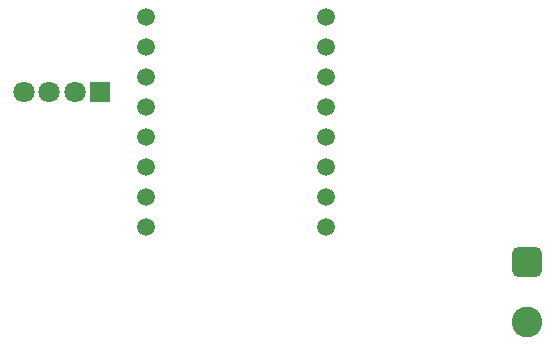
<source format=gbr>
%TF.GenerationSoftware,KiCad,Pcbnew,9.0.4*%
%TF.CreationDate,2025-10-28T17:49:17+05:30*%
%TF.ProjectId,PCB,5043422e-6b69-4636-9164-5f7063625858,rev?*%
%TF.SameCoordinates,Original*%
%TF.FileFunction,Soldermask,Bot*%
%TF.FilePolarity,Negative*%
%FSLAX46Y46*%
G04 Gerber Fmt 4.6, Leading zero omitted, Abs format (unit mm)*
G04 Created by KiCad (PCBNEW 9.0.4) date 2025-10-28 17:49:17*
%MOMM*%
%LPD*%
G01*
G04 APERTURE LIST*
G04 Aperture macros list*
%AMRoundRect*
0 Rectangle with rounded corners*
0 $1 Rounding radius*
0 $2 $3 $4 $5 $6 $7 $8 $9 X,Y pos of 4 corners*
0 Add a 4 corners polygon primitive as box body*
4,1,4,$2,$3,$4,$5,$6,$7,$8,$9,$2,$3,0*
0 Add four circle primitives for the rounded corners*
1,1,$1+$1,$2,$3*
1,1,$1+$1,$4,$5*
1,1,$1+$1,$6,$7*
1,1,$1+$1,$8,$9*
0 Add four rect primitives between the rounded corners*
20,1,$1+$1,$2,$3,$4,$5,0*
20,1,$1+$1,$4,$5,$6,$7,0*
20,1,$1+$1,$6,$7,$8,$9,0*
20,1,$1+$1,$8,$9,$2,$3,0*%
G04 Aperture macros list end*
%ADD10RoundRect,0.650000X-0.650000X0.650000X-0.650000X-0.650000X0.650000X-0.650000X0.650000X0.650000X0*%
%ADD11C,2.600000*%
%ADD12R,1.800000X1.800000*%
%ADD13C,1.800000*%
%ADD14C,1.500000*%
G04 APERTURE END LIST*
D10*
%TO.C,J1*%
X184600000Y-73800000D03*
D11*
X184600000Y-78880000D03*
%TD*%
D12*
%TO.C,D4*%
X148500000Y-59400000D03*
D13*
X146341000Y-59400000D03*
X144182000Y-59400000D03*
X142023000Y-59400000D03*
%TD*%
D14*
%TO.C,U6*%
X152380000Y-53000000D03*
X152380000Y-55540000D03*
X152380000Y-58080000D03*
X152380000Y-60620000D03*
X152380000Y-63160000D03*
X152380000Y-65700000D03*
X152380000Y-68240000D03*
X152380000Y-70780000D03*
X167620000Y-70780000D03*
X167620000Y-68240000D03*
X167620000Y-65700000D03*
X167620000Y-63160000D03*
X167620000Y-60620000D03*
X167620000Y-58080000D03*
X167620000Y-55540000D03*
X167620000Y-53000000D03*
%TD*%
M02*

</source>
